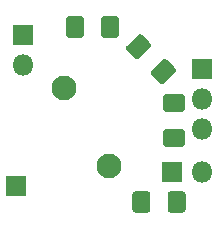
<source format=gbs>
G04 #@! TF.GenerationSoftware,KiCad,Pcbnew,(5.1.6)-1*
G04 #@! TF.CreationDate,2021-07-12T15:37:42+03:00*
G04 #@! TF.ProjectId,detector,64657465-6374-46f7-922e-6b696361645f,rev?*
G04 #@! TF.SameCoordinates,Original*
G04 #@! TF.FileFunction,Soldermask,Bot*
G04 #@! TF.FilePolarity,Negative*
%FSLAX46Y46*%
G04 Gerber Fmt 4.6, Leading zero omitted, Abs format (unit mm)*
G04 Created by KiCad (PCBNEW (5.1.6)-1) date 2021-07-12 15:37:42*
%MOMM*%
%LPD*%
G01*
G04 APERTURE LIST*
%ADD10O,1.800000X1.800000*%
%ADD11R,1.800000X1.800000*%
%ADD12C,2.100000*%
G04 APERTURE END LIST*
G36*
G01*
X36157456Y-29975000D02*
X34842544Y-29975000D01*
G75*
G02*
X34575000Y-29707456I0J267544D01*
G01*
X34575000Y-28717544D01*
G75*
G02*
X34842544Y-28450000I267544J0D01*
G01*
X36157456Y-28450000D01*
G75*
G02*
X36425000Y-28717544I0J-267544D01*
G01*
X36425000Y-29707456D01*
G75*
G02*
X36157456Y-29975000I-267544J0D01*
G01*
G37*
G36*
G01*
X36157456Y-32950000D02*
X34842544Y-32950000D01*
G75*
G02*
X34575000Y-32682456I0J267544D01*
G01*
X34575000Y-31692544D01*
G75*
G02*
X34842544Y-31425000I267544J0D01*
G01*
X36157456Y-31425000D01*
G75*
G02*
X36425000Y-31692544I0J-267544D01*
G01*
X36425000Y-32682456D01*
G75*
G02*
X36157456Y-32950000I-267544J0D01*
G01*
G37*
D10*
X37900000Y-31430000D03*
X37900000Y-28890000D03*
D11*
X37900000Y-26350000D03*
D10*
X22710000Y-26030000D03*
D11*
X22710000Y-23490000D03*
X22100000Y-36210000D03*
G36*
G01*
X34945000Y-38257456D02*
X34945000Y-36942544D01*
G75*
G02*
X35212544Y-36675000I267544J0D01*
G01*
X36202456Y-36675000D01*
G75*
G02*
X36470000Y-36942544I0J-267544D01*
G01*
X36470000Y-38257456D01*
G75*
G02*
X36202456Y-38525000I-267544J0D01*
G01*
X35212544Y-38525000D01*
G75*
G02*
X34945000Y-38257456I0J267544D01*
G01*
G37*
G36*
G01*
X31970000Y-38257456D02*
X31970000Y-36942544D01*
G75*
G02*
X32237544Y-36675000I267544J0D01*
G01*
X33227456Y-36675000D01*
G75*
G02*
X33495000Y-36942544I0J-267544D01*
G01*
X33495000Y-38257456D01*
G75*
G02*
X33227456Y-38525000I-267544J0D01*
G01*
X32237544Y-38525000D01*
G75*
G02*
X31970000Y-38257456I0J267544D01*
G01*
G37*
G36*
G01*
X33577760Y-26487544D02*
X34507544Y-25557761D01*
G75*
G02*
X34885908Y-25557761I189182J-189182D01*
G01*
X35585881Y-26257734D01*
G75*
G02*
X35585881Y-26636098I-189182J-189182D01*
G01*
X34656098Y-27565881D01*
G75*
G02*
X34277734Y-27565881I-189182J189182D01*
G01*
X33577761Y-26865908D01*
G75*
G02*
X33577761Y-26487544I189182J189182D01*
G01*
G37*
G36*
G01*
X31474118Y-24383902D02*
X32403902Y-23454119D01*
G75*
G02*
X32782266Y-23454119I189182J-189182D01*
G01*
X33482239Y-24154092D01*
G75*
G02*
X33482239Y-24532456I-189182J-189182D01*
G01*
X32552456Y-25462239D01*
G75*
G02*
X32174092Y-25462239I-189182J189182D01*
G01*
X31474119Y-24762266D01*
G75*
G02*
X31474119Y-24383902I189182J189182D01*
G01*
G37*
G36*
G01*
X29325000Y-23447456D02*
X29325000Y-22132544D01*
G75*
G02*
X29592544Y-21865000I267544J0D01*
G01*
X30582456Y-21865000D01*
G75*
G02*
X30850000Y-22132544I0J-267544D01*
G01*
X30850000Y-23447456D01*
G75*
G02*
X30582456Y-23715000I-267544J0D01*
G01*
X29592544Y-23715000D01*
G75*
G02*
X29325000Y-23447456I0J267544D01*
G01*
G37*
G36*
G01*
X26350000Y-23447456D02*
X26350000Y-22132544D01*
G75*
G02*
X26617544Y-21865000I267544J0D01*
G01*
X27607456Y-21865000D01*
G75*
G02*
X27875000Y-22132544I0J-267544D01*
G01*
X27875000Y-23447456D01*
G75*
G02*
X27607456Y-23715000I-267544J0D01*
G01*
X26617544Y-23715000D01*
G75*
G02*
X26350000Y-23447456I0J267544D01*
G01*
G37*
D10*
X37820000Y-35050000D03*
D11*
X35280000Y-35050000D03*
D12*
X26160000Y-27988207D03*
X29960000Y-34570000D03*
M02*

</source>
